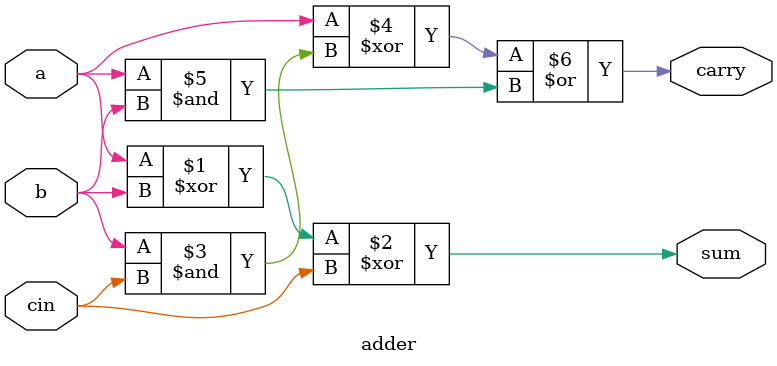
<source format=v>
module adder(a,b,cin,sum,carry);
input a,b,cin;
output sum,carry;
assign sum=a^b^cin;
assign carry =a^b&cin|a&b;
endmodule
</source>
